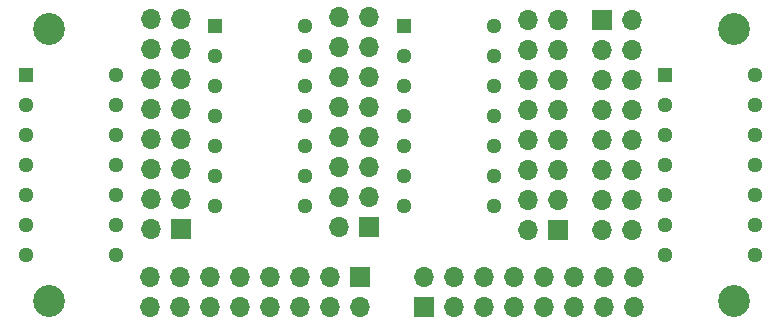
<source format=gbr>
G04 #@! TF.GenerationSoftware,KiCad,Pcbnew,(6.0.7)*
G04 #@! TF.CreationDate,2022-10-12T11:09:06+01:00*
G04 #@! TF.ProjectId,RR_5V_HAT,52525f35-565f-4484-9154-2e6b69636164,rev?*
G04 #@! TF.SameCoordinates,Original*
G04 #@! TF.FileFunction,Soldermask,Bot*
G04 #@! TF.FilePolarity,Negative*
%FSLAX46Y46*%
G04 Gerber Fmt 4.6, Leading zero omitted, Abs format (unit mm)*
G04 Created by KiCad (PCBNEW (6.0.7)) date 2022-10-12 11:09:06*
%MOMM*%
%LPD*%
G01*
G04 APERTURE LIST*
%ADD10C,2.700000*%
%ADD11R,1.295400X1.295400*%
%ADD12C,1.295400*%
%ADD13R,1.700000X1.700000*%
%ADD14O,1.700000X1.700000*%
G04 APERTURE END LIST*
D10*
X171500000Y-62500000D03*
D11*
X169590000Y-43380000D03*
D12*
X169590000Y-45920000D03*
X169590000Y-48460000D03*
X169590000Y-51000000D03*
X169590000Y-53540000D03*
X169590000Y-56080000D03*
X169590000Y-58620000D03*
X177210000Y-58620000D03*
X177210000Y-56080000D03*
X177210000Y-53540000D03*
X177210000Y-51000000D03*
X177210000Y-48460000D03*
X177210000Y-45920000D03*
X177210000Y-43380000D03*
D13*
X198575000Y-56290400D03*
D14*
X196035000Y-56290400D03*
X198575000Y-53750400D03*
X196035000Y-53750400D03*
X198575000Y-51210400D03*
X196035000Y-51210400D03*
X198575000Y-48670400D03*
X196035000Y-48670400D03*
X198575000Y-46130400D03*
X196035000Y-46130400D03*
X198575000Y-43590400D03*
X196035000Y-43590400D03*
X198575000Y-41050400D03*
X196035000Y-41050400D03*
X198575000Y-38510400D03*
X196035000Y-38510400D03*
D10*
X229500000Y-39500000D03*
D11*
X223710000Y-43420000D03*
D12*
X223710000Y-45960000D03*
X223710000Y-48500000D03*
X223710000Y-51040000D03*
X223710000Y-53580000D03*
X223710000Y-56120000D03*
X223710000Y-58660000D03*
X231330000Y-58660000D03*
X231330000Y-56120000D03*
X231330000Y-53580000D03*
X231330000Y-51040000D03*
X231330000Y-48500000D03*
X231330000Y-45960000D03*
X231330000Y-43420000D03*
D13*
X214575000Y-56475000D03*
D14*
X212035000Y-56475000D03*
X214575000Y-53935000D03*
X212035000Y-53935000D03*
X214575000Y-51395000D03*
X212035000Y-51395000D03*
X214575000Y-48855000D03*
X212035000Y-48855000D03*
X214575000Y-46315000D03*
X212035000Y-46315000D03*
X214575000Y-43775000D03*
X212035000Y-43775000D03*
X214575000Y-41235000D03*
X212035000Y-41235000D03*
X214575000Y-38695000D03*
X212035000Y-38695000D03*
D13*
X182675000Y-56457800D03*
D14*
X180135000Y-56457800D03*
X182675000Y-53917800D03*
X180135000Y-53917800D03*
X182675000Y-51377800D03*
X180135000Y-51377800D03*
X182675000Y-48837800D03*
X180135000Y-48837800D03*
X182675000Y-46297800D03*
X180135000Y-46297800D03*
X182675000Y-43757800D03*
X180135000Y-43757800D03*
X182675000Y-41217800D03*
X180135000Y-41217800D03*
X182675000Y-38677800D03*
X180135000Y-38677800D03*
D11*
X185590000Y-39245000D03*
D12*
X185590000Y-41785000D03*
X185590000Y-44325000D03*
X185590000Y-46865000D03*
X185590000Y-49405000D03*
X185590000Y-51945000D03*
X185590000Y-54485000D03*
X193210000Y-54485000D03*
X193210000Y-51945000D03*
X193210000Y-49405000D03*
X193210000Y-46865000D03*
X193210000Y-44325000D03*
X193210000Y-41785000D03*
X193210000Y-39245000D03*
D11*
X201590000Y-39245000D03*
D12*
X201590000Y-41785000D03*
X201590000Y-44325000D03*
X201590000Y-46865000D03*
X201590000Y-49405000D03*
X201590000Y-51945000D03*
X201590000Y-54485000D03*
X209210000Y-54485000D03*
X209210000Y-51945000D03*
X209210000Y-49405000D03*
X209210000Y-46865000D03*
X209210000Y-44325000D03*
X209210000Y-41785000D03*
X209210000Y-39245000D03*
D13*
X203225000Y-63040000D03*
D14*
X203225000Y-60500000D03*
X205765000Y-63040000D03*
X205765000Y-60500000D03*
X208305000Y-63040000D03*
X208305000Y-60500000D03*
X210845000Y-63040000D03*
X210845000Y-60500000D03*
X213385000Y-63040000D03*
X213385000Y-60500000D03*
X215925000Y-63040000D03*
X215925000Y-60500000D03*
X218465000Y-63040000D03*
X218465000Y-60500000D03*
X221005000Y-63040000D03*
X221005000Y-60500000D03*
D13*
X197875000Y-60510000D03*
D14*
X197875000Y-63050000D03*
X195335000Y-60510000D03*
X195335000Y-63050000D03*
X192795000Y-60510000D03*
X192795000Y-63050000D03*
X190255000Y-60510000D03*
X190255000Y-63050000D03*
X187715000Y-60510000D03*
X187715000Y-63050000D03*
X185175000Y-60510000D03*
X185175000Y-63050000D03*
X182635000Y-60510000D03*
X182635000Y-63050000D03*
X180095000Y-60510000D03*
X180095000Y-63050000D03*
D10*
X171500000Y-39500000D03*
D13*
X218325000Y-38700000D03*
D14*
X220865000Y-38700000D03*
X218325000Y-41240000D03*
X220865000Y-41240000D03*
X218325000Y-43780000D03*
X220865000Y-43780000D03*
X218325000Y-46320000D03*
X220865000Y-46320000D03*
X218325000Y-48860000D03*
X220865000Y-48860000D03*
X218325000Y-51400000D03*
X220865000Y-51400000D03*
X218325000Y-53940000D03*
X220865000Y-53940000D03*
X218325000Y-56480000D03*
X220865000Y-56480000D03*
D10*
X229500000Y-62500000D03*
M02*

</source>
